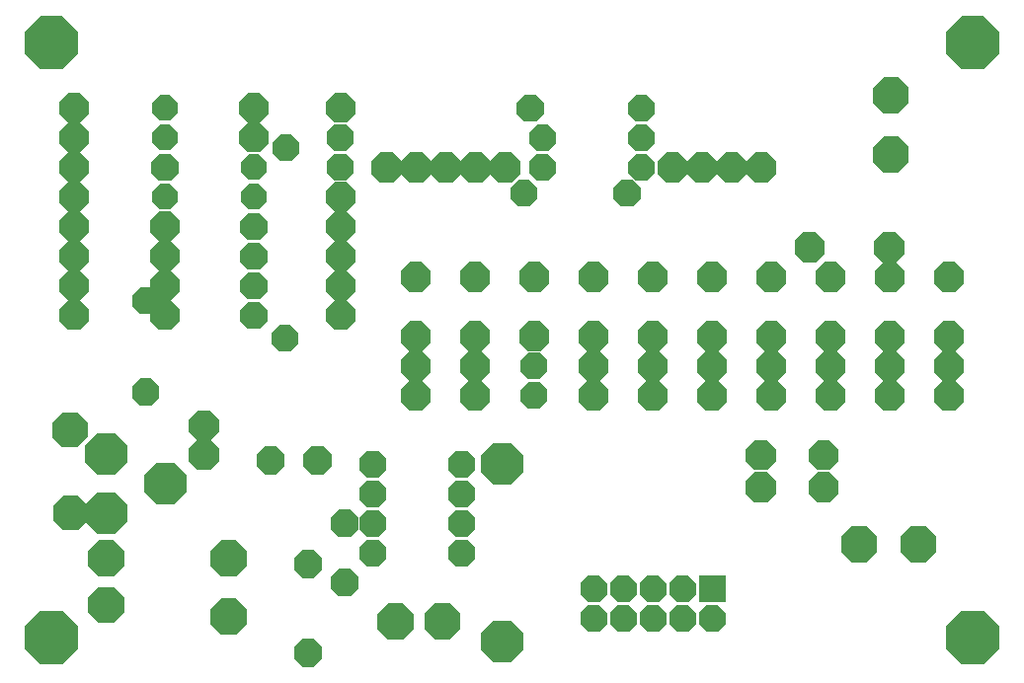
<source format=gbr>
%FSLAX34Y34*%
%MOMM*%
%LNSOLDERMASK_TOP*%
G71*
G01*
%ADD10C,2.540*%
%LPD*%
G36*
X449441Y-218011D02*
X457046Y-225616D01*
X457046Y-236406D01*
X449441Y-244011D01*
X438651Y-244011D01*
X431046Y-236406D01*
X431046Y-225616D01*
X438651Y-218011D01*
X449441Y-218011D01*
G37*
G36*
X500241Y-218011D02*
X507846Y-225616D01*
X507846Y-236406D01*
X500241Y-244011D01*
X489451Y-244011D01*
X481846Y-236406D01*
X481846Y-225616D01*
X489451Y-218011D01*
X500241Y-218011D01*
G37*
G36*
X448819Y-321111D02*
X455546Y-327838D01*
X455546Y-337384D01*
X448819Y-344111D01*
X439273Y-344111D01*
X432546Y-337384D01*
X432546Y-327838D01*
X439273Y-321111D01*
X448819Y-321111D01*
G37*
G36*
X500241Y-319611D02*
X507846Y-327216D01*
X507846Y-338006D01*
X500241Y-345611D01*
X489451Y-345611D01*
X481846Y-338006D01*
X481846Y-327216D01*
X489451Y-319611D01*
X500241Y-319611D01*
G37*
G36*
X448819Y-295711D02*
X455546Y-302438D01*
X455546Y-311984D01*
X448819Y-318711D01*
X439273Y-318711D01*
X432546Y-311984D01*
X432546Y-302438D01*
X439273Y-295711D01*
X448819Y-295711D01*
G37*
G36*
X500241Y-294211D02*
X507846Y-301816D01*
X507846Y-312606D01*
X500241Y-320211D01*
X489451Y-320211D01*
X481846Y-312606D01*
X481846Y-301816D01*
X489451Y-294211D01*
X500241Y-294211D01*
G37*
G36*
X500241Y-268811D02*
X507846Y-276416D01*
X507846Y-287206D01*
X500241Y-294811D01*
X489451Y-294811D01*
X481846Y-287206D01*
X481846Y-276416D01*
X489451Y-268811D01*
X500241Y-268811D01*
G37*
G36*
X449441Y-268811D02*
X457046Y-276416D01*
X457046Y-287206D01*
X449441Y-294811D01*
X438651Y-294811D01*
X431046Y-287206D01*
X431046Y-276416D01*
X438651Y-268811D01*
X449441Y-268811D01*
G37*
G36*
X754241Y-218011D02*
X761846Y-225616D01*
X761846Y-236406D01*
X754241Y-244011D01*
X743451Y-244011D01*
X735846Y-236406D01*
X735846Y-225616D01*
X743451Y-218011D01*
X754241Y-218011D01*
G37*
G36*
X805041Y-218011D02*
X812646Y-225616D01*
X812646Y-236406D01*
X805041Y-244011D01*
X794251Y-244011D01*
X786646Y-236406D01*
X786646Y-225616D01*
X794251Y-218011D01*
X805041Y-218011D01*
G37*
G36*
X754241Y-319611D02*
X761846Y-327216D01*
X761846Y-338006D01*
X754241Y-345611D01*
X743451Y-345611D01*
X735846Y-338006D01*
X735846Y-327216D01*
X743451Y-319611D01*
X754241Y-319611D01*
G37*
G36*
X805041Y-319611D02*
X812646Y-327216D01*
X812646Y-338006D01*
X805041Y-345611D01*
X794251Y-345611D01*
X786646Y-338006D01*
X786646Y-327216D01*
X794251Y-319611D01*
X805041Y-319611D01*
G37*
G36*
X754241Y-294211D02*
X761846Y-301816D01*
X761846Y-312606D01*
X754241Y-320211D01*
X743451Y-320211D01*
X735846Y-312606D01*
X735846Y-301816D01*
X743451Y-294211D01*
X754241Y-294211D01*
G37*
G36*
X805041Y-294211D02*
X812646Y-301816D01*
X812646Y-312606D01*
X805041Y-320211D01*
X794251Y-320211D01*
X786646Y-312606D01*
X786646Y-301816D01*
X794251Y-294211D01*
X805041Y-294211D01*
G37*
G36*
X805041Y-268811D02*
X812646Y-276416D01*
X812646Y-287206D01*
X805041Y-294811D01*
X794251Y-294811D01*
X786646Y-287206D01*
X786646Y-276416D01*
X794251Y-268811D01*
X805041Y-268811D01*
G37*
G36*
X754241Y-268811D02*
X761846Y-276416D01*
X761846Y-287206D01*
X754241Y-294811D01*
X743451Y-294811D01*
X735846Y-287206D01*
X735846Y-276416D01*
X743451Y-268811D01*
X754241Y-268811D01*
G37*
G36*
X347841Y-218011D02*
X355446Y-225616D01*
X355446Y-236406D01*
X347841Y-244011D01*
X337051Y-244011D01*
X329446Y-236406D01*
X329446Y-225616D01*
X337051Y-218011D01*
X347841Y-218011D01*
G37*
G36*
X398641Y-218011D02*
X406246Y-225616D01*
X406246Y-236406D01*
X398641Y-244011D01*
X387851Y-244011D01*
X380246Y-236406D01*
X380246Y-225616D01*
X387851Y-218011D01*
X398641Y-218011D01*
G37*
G36*
X347841Y-319611D02*
X355446Y-327216D01*
X355446Y-338006D01*
X347841Y-345611D01*
X337051Y-345611D01*
X329446Y-338006D01*
X329446Y-327216D01*
X337051Y-319611D01*
X347841Y-319611D01*
G37*
G36*
X398641Y-319611D02*
X406246Y-327216D01*
X406246Y-338006D01*
X398641Y-345611D01*
X387851Y-345611D01*
X380246Y-338006D01*
X380246Y-327216D01*
X387851Y-319611D01*
X398641Y-319611D01*
G37*
G36*
X347841Y-294211D02*
X355446Y-301816D01*
X355446Y-312606D01*
X347841Y-320211D01*
X337051Y-320211D01*
X329446Y-312606D01*
X329446Y-301816D01*
X337051Y-294211D01*
X347841Y-294211D01*
G37*
G36*
X398641Y-294211D02*
X406246Y-301816D01*
X406246Y-312606D01*
X398641Y-320211D01*
X387851Y-320211D01*
X380246Y-312606D01*
X380246Y-301816D01*
X387851Y-294211D01*
X398641Y-294211D01*
G37*
G36*
X398641Y-268811D02*
X406246Y-276416D01*
X406246Y-287206D01*
X398641Y-294811D01*
X387851Y-294811D01*
X380246Y-287206D01*
X380246Y-276416D01*
X387851Y-268811D01*
X398641Y-268811D01*
G37*
G36*
X347841Y-268811D02*
X355446Y-276416D01*
X355446Y-287206D01*
X347841Y-294811D01*
X337051Y-294811D01*
X329446Y-287206D01*
X329446Y-276416D01*
X337051Y-268811D01*
X347841Y-268811D01*
G37*
G36*
X788926Y-466568D02*
X779858Y-475636D01*
X766994Y-475636D01*
X757926Y-466568D01*
X757926Y-453704D01*
X766994Y-444636D01*
X779858Y-444636D01*
X788926Y-453704D01*
X788926Y-466568D01*
G37*
G36*
X738126Y-466568D02*
X729058Y-475636D01*
X716194Y-475636D01*
X707126Y-466568D01*
X707126Y-453704D01*
X716194Y-444636D01*
X729058Y-444636D01*
X738126Y-453704D01*
X738126Y-466568D01*
G37*
G36*
X743450Y-141306D02*
X734382Y-132238D01*
X734382Y-119374D01*
X743450Y-110306D01*
X756314Y-110306D01*
X765382Y-119374D01*
X765382Y-132238D01*
X756314Y-141306D01*
X743450Y-141306D01*
G37*
G36*
X743450Y-90506D02*
X734382Y-81438D01*
X734382Y-68574D01*
X743450Y-59506D01*
X756314Y-59506D01*
X765382Y-68574D01*
X765382Y-81438D01*
X756314Y-90506D01*
X743450Y-90506D01*
G37*
G36*
X7000Y-20455D02*
X20455Y-7000D01*
X39545Y-7000D01*
X53000Y-20455D01*
X53000Y-39545D01*
X39545Y-53000D01*
X20455Y-53000D01*
X7000Y-39545D01*
X7000Y-20455D01*
G37*
G36*
X797000Y-20455D02*
X810455Y-7000D01*
X829545Y-7000D01*
X843000Y-20455D01*
X843000Y-39545D01*
X829545Y-53000D01*
X810455Y-53000D01*
X797000Y-39545D01*
X797000Y-20455D01*
G37*
G36*
X7000Y-530455D02*
X20455Y-517000D01*
X39545Y-517000D01*
X53000Y-530455D01*
X53000Y-549545D01*
X39545Y-563000D01*
X20455Y-563000D01*
X7000Y-549545D01*
X7000Y-530455D01*
G37*
G36*
X797000Y-530455D02*
X810455Y-517000D01*
X829545Y-517000D01*
X843000Y-530455D01*
X843000Y-549545D01*
X829545Y-563000D01*
X810455Y-563000D01*
X797000Y-549545D01*
X797000Y-530455D01*
G37*
G36*
X424189Y-373320D02*
X434719Y-383850D01*
X434719Y-398790D01*
X424189Y-409320D01*
X409249Y-409320D01*
X398719Y-398790D01*
X398719Y-383850D01*
X409249Y-373320D01*
X424189Y-373320D01*
G37*
G36*
X424189Y-525720D02*
X434719Y-536250D01*
X434719Y-551190D01*
X424189Y-561720D01*
X409249Y-561720D01*
X398719Y-551190D01*
X398719Y-536250D01*
X409249Y-525720D01*
X424189Y-525720D01*
G37*
G36*
X294094Y-386546D02*
X300821Y-379819D01*
X310367Y-379819D01*
X317094Y-386546D01*
X317094Y-396092D01*
X310367Y-402819D01*
X300821Y-402819D01*
X294094Y-396092D01*
X294094Y-386546D01*
G37*
G36*
X294094Y-411946D02*
X300821Y-405219D01*
X310367Y-405219D01*
X317094Y-411946D01*
X317094Y-421492D01*
X310367Y-428219D01*
X300821Y-428219D01*
X294094Y-421492D01*
X294094Y-411946D01*
G37*
G36*
X294094Y-437346D02*
X300821Y-430619D01*
X310367Y-430619D01*
X317094Y-437346D01*
X317094Y-446892D01*
X310367Y-453619D01*
X300821Y-453619D01*
X294094Y-446892D01*
X294094Y-437346D01*
G37*
G36*
X294094Y-462746D02*
X300821Y-456019D01*
X310367Y-456019D01*
X317094Y-462746D01*
X317094Y-472292D01*
X310367Y-479019D01*
X300821Y-479019D01*
X294094Y-472292D01*
X294094Y-462746D01*
G37*
G36*
X370294Y-386546D02*
X377021Y-379819D01*
X386567Y-379819D01*
X393294Y-386546D01*
X393294Y-396092D01*
X386567Y-402819D01*
X377021Y-402819D01*
X370294Y-396092D01*
X370294Y-386546D01*
G37*
G36*
X370294Y-411946D02*
X377021Y-405219D01*
X386567Y-405219D01*
X393294Y-411946D01*
X393294Y-421492D01*
X386567Y-428219D01*
X377021Y-428219D01*
X370294Y-421492D01*
X370294Y-411946D01*
G37*
G36*
X370294Y-437346D02*
X377021Y-430619D01*
X386567Y-430619D01*
X393294Y-437346D01*
X393294Y-446892D01*
X386567Y-453619D01*
X377021Y-453619D01*
X370294Y-446892D01*
X370294Y-437346D01*
G37*
G36*
X370294Y-462746D02*
X377021Y-456019D01*
X386567Y-456019D01*
X393294Y-462746D01*
X393294Y-472292D01*
X386567Y-479019D01*
X377021Y-479019D01*
X370294Y-472292D01*
X370294Y-462746D01*
G37*
G36*
X309938Y-519824D02*
X319006Y-510756D01*
X331870Y-510756D01*
X340938Y-519824D01*
X340938Y-532688D01*
X331870Y-541756D01*
X319006Y-541756D01*
X309938Y-532688D01*
X309938Y-519824D01*
G37*
G36*
X349938Y-519824D02*
X359006Y-510756D01*
X371870Y-510756D01*
X380938Y-519824D01*
X380938Y-532688D01*
X371870Y-541756D01*
X359006Y-541756D01*
X349938Y-532688D01*
X349938Y-519824D01*
G37*
G36*
X276803Y-504919D02*
X269783Y-497899D01*
X269783Y-487939D01*
X276803Y-480919D01*
X286763Y-480919D01*
X293783Y-487939D01*
X293783Y-497899D01*
X286763Y-504919D01*
X276803Y-504919D01*
G37*
G36*
X276803Y-454119D02*
X269783Y-447099D01*
X269783Y-437139D01*
X276803Y-430119D01*
X286763Y-430119D01*
X293783Y-437139D01*
X293783Y-447099D01*
X286763Y-454119D01*
X276803Y-454119D01*
G37*
G36*
X188301Y-506687D02*
X197369Y-515755D01*
X197369Y-528619D01*
X188301Y-537687D01*
X175437Y-537687D01*
X166369Y-528619D01*
X166369Y-515755D01*
X175437Y-506687D01*
X188301Y-506687D01*
G37*
G36*
X188301Y-456681D02*
X197369Y-465749D01*
X197369Y-478613D01*
X188301Y-487681D01*
X175437Y-487681D01*
X166369Y-478613D01*
X166369Y-465749D01*
X175437Y-456681D01*
X188301Y-456681D01*
G37*
G36*
X84464Y-364588D02*
X94994Y-375118D01*
X94994Y-390058D01*
X84464Y-400588D01*
X69524Y-400588D01*
X58994Y-390058D01*
X58994Y-375118D01*
X69524Y-364588D01*
X84464Y-364588D01*
G37*
G36*
X84464Y-415388D02*
X94994Y-425918D01*
X94994Y-440858D01*
X84464Y-451388D01*
X69524Y-451388D01*
X58994Y-440858D01*
X58994Y-425918D01*
X69524Y-415388D01*
X84464Y-415388D01*
G37*
G36*
X135264Y-389988D02*
X145794Y-400518D01*
X145794Y-415458D01*
X135264Y-425988D01*
X120324Y-425988D01*
X109794Y-415458D01*
X109794Y-400518D01*
X120324Y-389988D01*
X135264Y-389988D01*
G37*
G36*
X70563Y-527781D02*
X61495Y-518713D01*
X61495Y-505849D01*
X70563Y-496781D01*
X83427Y-496781D01*
X92495Y-505849D01*
X92495Y-518713D01*
X83427Y-527781D01*
X70563Y-527781D01*
G37*
G36*
X70563Y-487781D02*
X61495Y-478713D01*
X61495Y-465849D01*
X70563Y-456781D01*
X83427Y-456781D01*
X92495Y-465849D01*
X92495Y-478713D01*
X83427Y-487781D01*
X70563Y-487781D01*
G37*
G36*
X255012Y-465044D02*
X262032Y-472064D01*
X262032Y-482024D01*
X255012Y-489044D01*
X245052Y-489044D01*
X238032Y-482024D01*
X238032Y-472064D01*
X245052Y-465044D01*
X255012Y-465044D01*
G37*
G36*
X255012Y-541244D02*
X262032Y-548264D01*
X262032Y-558224D01*
X255012Y-565244D01*
X245052Y-565244D01*
X238032Y-558224D01*
X238032Y-548264D01*
X245052Y-541244D01*
X255012Y-541244D01*
G37*
G36*
X652641Y-218011D02*
X660246Y-225616D01*
X660246Y-236406D01*
X652641Y-244011D01*
X641851Y-244011D01*
X634246Y-236406D01*
X634246Y-225616D01*
X641851Y-218011D01*
X652641Y-218011D01*
G37*
G36*
X703441Y-218011D02*
X711046Y-225616D01*
X711046Y-236406D01*
X703441Y-244011D01*
X692651Y-244011D01*
X685046Y-236406D01*
X685046Y-225616D01*
X692651Y-218011D01*
X703441Y-218011D01*
G37*
G36*
X652641Y-319611D02*
X660246Y-327216D01*
X660246Y-338006D01*
X652641Y-345611D01*
X641851Y-345611D01*
X634246Y-338006D01*
X634246Y-327216D01*
X641851Y-319611D01*
X652641Y-319611D01*
G37*
G36*
X703441Y-319611D02*
X711046Y-327216D01*
X711046Y-338006D01*
X703441Y-345611D01*
X692651Y-345611D01*
X685046Y-338006D01*
X685046Y-327216D01*
X692651Y-319611D01*
X703441Y-319611D01*
G37*
G36*
X652641Y-294211D02*
X660246Y-301816D01*
X660246Y-312606D01*
X652641Y-320211D01*
X641851Y-320211D01*
X634246Y-312606D01*
X634246Y-301816D01*
X641851Y-294211D01*
X652641Y-294211D01*
G37*
G36*
X703441Y-294211D02*
X711046Y-301816D01*
X711046Y-312606D01*
X703441Y-320211D01*
X692651Y-320211D01*
X685046Y-312606D01*
X685046Y-301816D01*
X692651Y-294211D01*
X703441Y-294211D01*
G37*
G36*
X703441Y-268811D02*
X711046Y-276416D01*
X711046Y-287206D01*
X703441Y-294811D01*
X692651Y-294811D01*
X685046Y-287206D01*
X685046Y-276416D01*
X692651Y-268811D01*
X703441Y-268811D01*
G37*
G36*
X652641Y-268811D02*
X660246Y-276416D01*
X660246Y-287206D01*
X652641Y-294811D01*
X641851Y-294811D01*
X634246Y-287206D01*
X634246Y-276416D01*
X641851Y-268811D01*
X652641Y-268811D01*
G37*
G36*
X551041Y-218011D02*
X558646Y-225616D01*
X558646Y-236406D01*
X551041Y-244011D01*
X540251Y-244011D01*
X532646Y-236406D01*
X532646Y-225616D01*
X540251Y-218011D01*
X551041Y-218011D01*
G37*
G36*
X601841Y-218011D02*
X609446Y-225616D01*
X609446Y-236406D01*
X601841Y-244011D01*
X591051Y-244011D01*
X583446Y-236406D01*
X583446Y-225616D01*
X591051Y-218011D01*
X601841Y-218011D01*
G37*
G36*
X551041Y-319611D02*
X558646Y-327216D01*
X558646Y-338006D01*
X551041Y-345611D01*
X540251Y-345611D01*
X532646Y-338006D01*
X532646Y-327216D01*
X540251Y-319611D01*
X551041Y-319611D01*
G37*
G36*
X601841Y-319611D02*
X609446Y-327216D01*
X609446Y-338006D01*
X601841Y-345611D01*
X591051Y-345611D01*
X583446Y-338006D01*
X583446Y-327216D01*
X591051Y-319611D01*
X601841Y-319611D01*
G37*
G36*
X551041Y-294211D02*
X558646Y-301816D01*
X558646Y-312606D01*
X551041Y-320211D01*
X540251Y-320211D01*
X532646Y-312606D01*
X532646Y-301816D01*
X540251Y-294211D01*
X551041Y-294211D01*
G37*
G36*
X601841Y-294211D02*
X609446Y-301816D01*
X609446Y-312606D01*
X601841Y-320211D01*
X591051Y-320211D01*
X583446Y-312606D01*
X583446Y-301816D01*
X591051Y-294211D01*
X601841Y-294211D01*
G37*
G36*
X601841Y-268811D02*
X609446Y-276416D01*
X609446Y-287206D01*
X601841Y-294811D01*
X591051Y-294811D01*
X583446Y-287206D01*
X583446Y-276416D01*
X591051Y-268811D01*
X601841Y-268811D01*
G37*
G36*
X551041Y-268811D02*
X558646Y-276416D01*
X558646Y-287206D01*
X551041Y-294811D01*
X540251Y-294811D01*
X532646Y-287206D01*
X532646Y-276416D01*
X540251Y-268811D01*
X551041Y-268811D01*
G37*
G36*
X291101Y-268876D02*
X283496Y-276480D01*
X272706Y-276480D01*
X265101Y-268876D01*
X265101Y-258086D01*
X272706Y-250480D01*
X283496Y-250480D01*
X291101Y-258086D01*
X291101Y-268876D01*
G37*
G36*
X291101Y-243476D02*
X283496Y-251080D01*
X272706Y-251080D01*
X265101Y-243476D01*
X265101Y-232686D01*
X272706Y-225080D01*
X283496Y-225080D01*
X291101Y-232686D01*
X291101Y-243476D01*
G37*
G36*
X291101Y-218076D02*
X283496Y-225680D01*
X272706Y-225680D01*
X265101Y-218076D01*
X265101Y-207286D01*
X272706Y-199680D01*
X283496Y-199680D01*
X291101Y-207286D01*
X291101Y-218076D01*
G37*
G36*
X291101Y-192676D02*
X283496Y-200280D01*
X272706Y-200280D01*
X265101Y-192676D01*
X265101Y-181886D01*
X272706Y-174280D01*
X283496Y-174280D01*
X291101Y-181886D01*
X291101Y-192676D01*
G37*
G36*
X291101Y-167276D02*
X283496Y-174880D01*
X272706Y-174880D01*
X265101Y-167276D01*
X265101Y-156486D01*
X272706Y-148880D01*
X283496Y-148880D01*
X291101Y-156486D01*
X291101Y-167276D01*
G37*
G36*
X289601Y-141254D02*
X282874Y-147980D01*
X273328Y-147980D01*
X266601Y-141254D01*
X266601Y-131708D01*
X273328Y-124980D01*
X282874Y-124980D01*
X289601Y-131708D01*
X289601Y-141254D01*
G37*
G36*
X289601Y-115854D02*
X282874Y-122580D01*
X273328Y-122580D01*
X266601Y-115854D01*
X266601Y-106308D01*
X273328Y-99580D01*
X282874Y-99580D01*
X289601Y-106308D01*
X289601Y-115854D01*
G37*
G36*
X291101Y-91076D02*
X283496Y-98680D01*
X272706Y-98680D01*
X265101Y-91076D01*
X265101Y-80286D01*
X272706Y-72680D01*
X283496Y-72680D01*
X291101Y-80286D01*
X291101Y-91076D01*
G37*
G36*
X62501Y-268876D02*
X54896Y-276480D01*
X44106Y-276480D01*
X36501Y-268876D01*
X36501Y-258086D01*
X44106Y-250480D01*
X54896Y-250480D01*
X62501Y-258086D01*
X62501Y-268876D01*
G37*
G36*
X62501Y-243476D02*
X54896Y-251080D01*
X44106Y-251080D01*
X36501Y-243476D01*
X36501Y-232686D01*
X44106Y-225080D01*
X54896Y-225080D01*
X62501Y-232686D01*
X62501Y-243476D01*
G37*
G36*
X62501Y-218076D02*
X54896Y-225680D01*
X44106Y-225680D01*
X36501Y-218076D01*
X36501Y-207286D01*
X44106Y-199680D01*
X54896Y-199680D01*
X62501Y-207286D01*
X62501Y-218076D01*
G37*
G36*
X62501Y-192676D02*
X54896Y-200280D01*
X44106Y-200280D01*
X36501Y-192676D01*
X36501Y-181886D01*
X44106Y-174280D01*
X54896Y-174280D01*
X62501Y-181886D01*
X62501Y-192676D01*
G37*
G36*
X62501Y-167276D02*
X54896Y-174880D01*
X44106Y-174880D01*
X36501Y-167276D01*
X36501Y-156486D01*
X44106Y-148880D01*
X54896Y-148880D01*
X62501Y-156486D01*
X62501Y-167276D01*
G37*
G36*
X62501Y-141876D02*
X54896Y-149480D01*
X44106Y-149480D01*
X36501Y-141876D01*
X36501Y-131086D01*
X44106Y-123480D01*
X54896Y-123480D01*
X62501Y-131086D01*
X62501Y-141876D01*
G37*
G36*
X62501Y-116476D02*
X54896Y-124080D01*
X44106Y-124080D01*
X36501Y-116476D01*
X36501Y-105686D01*
X44106Y-98080D01*
X54896Y-98080D01*
X62501Y-105686D01*
X62501Y-116476D01*
G37*
G36*
X62501Y-91076D02*
X54896Y-98680D01*
X44106Y-98680D01*
X36501Y-91076D01*
X36501Y-80286D01*
X44106Y-72680D01*
X54896Y-72680D01*
X62501Y-80286D01*
X62501Y-91076D01*
G37*
G36*
X667244Y-200186D02*
X674849Y-192581D01*
X685639Y-192581D01*
X693244Y-200186D01*
X693244Y-210976D01*
X685639Y-218581D01*
X674849Y-218581D01*
X667244Y-210976D01*
X667244Y-200186D01*
G37*
G36*
X735506Y-200186D02*
X743111Y-192581D01*
X753901Y-192581D01*
X761506Y-200186D01*
X761506Y-210976D01*
X753901Y-218581D01*
X743111Y-218581D01*
X735506Y-210976D01*
X735506Y-200186D01*
G37*
G36*
X215212Y-268328D02*
X208485Y-275055D01*
X198939Y-275055D01*
X192212Y-268328D01*
X192212Y-258782D01*
X198939Y-252055D01*
X208485Y-252055D01*
X215212Y-258782D01*
X215212Y-268328D01*
G37*
G36*
X215212Y-242928D02*
X208485Y-249655D01*
X198939Y-249655D01*
X192212Y-242928D01*
X192212Y-233382D01*
X198939Y-226655D01*
X208485Y-226655D01*
X215212Y-233382D01*
X215212Y-242928D01*
G37*
G36*
X215212Y-217528D02*
X208485Y-224255D01*
X198939Y-224255D01*
X192212Y-217528D01*
X192212Y-207982D01*
X198939Y-201255D01*
X208485Y-201255D01*
X215212Y-207982D01*
X215212Y-217528D01*
G37*
G36*
X215212Y-192128D02*
X208485Y-198855D01*
X198939Y-198855D01*
X192212Y-192128D01*
X192212Y-182582D01*
X198939Y-175855D01*
X208485Y-175855D01*
X215212Y-182582D01*
X215212Y-192128D01*
G37*
G36*
X140012Y-268743D02*
X132700Y-276055D01*
X122324Y-276055D01*
X115012Y-268743D01*
X115012Y-258367D01*
X122324Y-251055D01*
X132700Y-251055D01*
X140012Y-258367D01*
X140012Y-268743D01*
G37*
G36*
X140012Y-243343D02*
X132700Y-250655D01*
X122324Y-250655D01*
X115012Y-243343D01*
X115012Y-232967D01*
X122324Y-225655D01*
X132700Y-225655D01*
X140012Y-232967D01*
X140012Y-243343D01*
G37*
G36*
X140012Y-217943D02*
X132700Y-225255D01*
X122324Y-225255D01*
X115012Y-217943D01*
X115012Y-207567D01*
X122324Y-200255D01*
X132700Y-200255D01*
X140012Y-207567D01*
X140012Y-217943D01*
G37*
G36*
X140012Y-192543D02*
X132700Y-199855D01*
X122324Y-199855D01*
X115012Y-192543D01*
X115012Y-182167D01*
X122324Y-174855D01*
X132700Y-174855D01*
X140012Y-182167D01*
X140012Y-192543D01*
G37*
G36*
X214712Y-166520D02*
X208277Y-172955D01*
X199147Y-172955D01*
X192712Y-166520D01*
X192712Y-157390D01*
X199147Y-150955D01*
X208277Y-150955D01*
X214712Y-157390D01*
X214712Y-166520D01*
G37*
G36*
X138512Y-166520D02*
X132077Y-172955D01*
X122947Y-172955D01*
X116512Y-166520D01*
X116512Y-157390D01*
X122947Y-150955D01*
X132077Y-150955D01*
X138512Y-157390D01*
X138512Y-166520D01*
G37*
G36*
X214712Y-141120D02*
X208277Y-147555D01*
X199147Y-147555D01*
X192712Y-141120D01*
X192712Y-131990D01*
X199147Y-125555D01*
X208277Y-125555D01*
X214712Y-131990D01*
X214712Y-141120D01*
G37*
G36*
X216212Y-116343D02*
X208900Y-123655D01*
X198524Y-123655D01*
X191212Y-116343D01*
X191212Y-105967D01*
X198524Y-98655D01*
X208900Y-98655D01*
X216212Y-105967D01*
X216212Y-116343D01*
G37*
G36*
X139012Y-141328D02*
X132285Y-148055D01*
X122739Y-148055D01*
X116012Y-141328D01*
X116012Y-131782D01*
X122739Y-125055D01*
X132285Y-125055D01*
X139012Y-131782D01*
X139012Y-141328D01*
G37*
G36*
X138512Y-115720D02*
X132077Y-122155D01*
X122947Y-122155D01*
X116512Y-115720D01*
X116512Y-106590D01*
X122947Y-100155D01*
X132077Y-100155D01*
X138512Y-106590D01*
X138512Y-115720D01*
G37*
G36*
X216212Y-90943D02*
X208900Y-98255D01*
X198524Y-98255D01*
X191212Y-90943D01*
X191212Y-80567D01*
X198524Y-73255D01*
X208900Y-73255D01*
X216212Y-80567D01*
X216212Y-90943D01*
G37*
G36*
X138512Y-90320D02*
X132077Y-96755D01*
X122947Y-96755D01*
X116512Y-90320D01*
X116512Y-81190D01*
X122947Y-74755D01*
X132077Y-74755D01*
X138512Y-81190D01*
X138512Y-90320D01*
G37*
G36*
X644363Y-124080D02*
X651968Y-131685D01*
X651968Y-142475D01*
X644363Y-150080D01*
X633573Y-150080D01*
X625968Y-142475D01*
X625968Y-131685D01*
X633573Y-124080D01*
X644363Y-124080D01*
G37*
G36*
X618963Y-124080D02*
X626568Y-131685D01*
X626568Y-142475D01*
X618963Y-150080D01*
X608173Y-150080D01*
X600568Y-142475D01*
X600568Y-131685D01*
X608173Y-124080D01*
X618963Y-124080D01*
G37*
G36*
X593563Y-124080D02*
X601168Y-131685D01*
X601168Y-142475D01*
X593563Y-150080D01*
X582773Y-150080D01*
X575168Y-142475D01*
X575168Y-131685D01*
X582773Y-124080D01*
X593563Y-124080D01*
G37*
G36*
X568163Y-124080D02*
X575768Y-131685D01*
X575768Y-142475D01*
X568163Y-150080D01*
X557373Y-150080D01*
X549768Y-142475D01*
X549768Y-131685D01*
X557373Y-124080D01*
X568163Y-124080D01*
G37*
G36*
X429269Y-80952D02*
X435996Y-74225D01*
X445542Y-74225D01*
X452269Y-80952D01*
X452269Y-90498D01*
X445542Y-97225D01*
X435996Y-97225D01*
X429269Y-90498D01*
X429269Y-80952D01*
G37*
G36*
X524281Y-80952D02*
X531008Y-74225D01*
X540554Y-74225D01*
X547281Y-80952D01*
X547281Y-90498D01*
X540554Y-97225D01*
X531008Y-97225D01*
X524281Y-90498D01*
X524281Y-80952D01*
G37*
G36*
X439588Y-106352D02*
X446315Y-99625D01*
X455861Y-99625D01*
X462588Y-106352D01*
X462588Y-115898D01*
X455861Y-122625D01*
X446315Y-122625D01*
X439588Y-115898D01*
X439588Y-106352D01*
G37*
G36*
X524281Y-106352D02*
X531008Y-99625D01*
X540554Y-99625D01*
X547281Y-106352D01*
X547281Y-115898D01*
X540554Y-122625D01*
X531008Y-122625D01*
X524281Y-115898D01*
X524281Y-106352D01*
G37*
G36*
X439509Y-131752D02*
X446236Y-125025D01*
X455782Y-125025D01*
X462509Y-131752D01*
X462509Y-141298D01*
X455782Y-148025D01*
X446236Y-148025D01*
X439509Y-141298D01*
X439509Y-131752D01*
G37*
G36*
X524281Y-131752D02*
X531008Y-125025D01*
X540554Y-125025D01*
X547281Y-131752D01*
X547281Y-141298D01*
X540554Y-148025D01*
X531008Y-148025D01*
X524281Y-141298D01*
X524281Y-131752D01*
G37*
G36*
X423634Y-153977D02*
X430361Y-147250D01*
X439907Y-147250D01*
X446634Y-153977D01*
X446634Y-163523D01*
X439907Y-170250D01*
X430361Y-170250D01*
X423634Y-163523D01*
X423634Y-153977D01*
G37*
G36*
X512296Y-153977D02*
X519023Y-147250D01*
X528569Y-147250D01*
X535296Y-153977D01*
X535296Y-163523D01*
X528569Y-170250D01*
X519023Y-170250D01*
X512296Y-163523D01*
X512296Y-153977D01*
G37*
G36*
X174113Y-388568D02*
X166508Y-396174D01*
X155718Y-396174D01*
X148113Y-388568D01*
X148113Y-377778D01*
X155718Y-370174D01*
X166508Y-370174D01*
X174113Y-377778D01*
X174113Y-388568D01*
G37*
G36*
X174113Y-363568D02*
X166508Y-371174D01*
X155718Y-371174D01*
X148113Y-363568D01*
X148113Y-352778D01*
X155718Y-345174D01*
X166508Y-345174D01*
X174113Y-352778D01*
X174113Y-363568D01*
G37*
G36*
X31831Y-427162D02*
X40606Y-418388D01*
X53056Y-418388D01*
X61831Y-427162D01*
X61831Y-439612D01*
X53056Y-448388D01*
X40606Y-448388D01*
X31831Y-439612D01*
X31831Y-427162D01*
G37*
G36*
X31038Y-355725D02*
X39812Y-346950D01*
X52262Y-346950D01*
X61038Y-355725D01*
X61038Y-368175D01*
X52262Y-376950D01*
X39812Y-376950D01*
X31038Y-368175D01*
X31038Y-355725D01*
G37*
G36*
X625175Y-378224D02*
X632780Y-370619D01*
X643570Y-370619D01*
X651175Y-378224D01*
X651175Y-389014D01*
X643570Y-396619D01*
X632780Y-396619D01*
X625175Y-389014D01*
X625175Y-378224D01*
G37*
G36*
X679150Y-378304D02*
X686755Y-370699D01*
X697545Y-370699D01*
X705150Y-378304D01*
X705150Y-389094D01*
X697545Y-396699D01*
X686755Y-396699D01*
X679150Y-389094D01*
X679150Y-378304D01*
G37*
G36*
X625175Y-405768D02*
X632780Y-398162D01*
X643570Y-398162D01*
X651175Y-405768D01*
X651175Y-416558D01*
X643570Y-424162D01*
X632780Y-424162D01*
X625175Y-416558D01*
X625175Y-405768D01*
G37*
G36*
X679150Y-405768D02*
X686755Y-398162D01*
X697545Y-398162D01*
X705150Y-405768D01*
X705150Y-416558D01*
X697545Y-424162D01*
X686755Y-424162D01*
X679150Y-416558D01*
X679150Y-405768D01*
G37*
G36*
X490283Y-535019D02*
X483556Y-528292D01*
X483556Y-518746D01*
X490283Y-512019D01*
X499829Y-512019D01*
X506556Y-518746D01*
X506556Y-528292D01*
X499829Y-535019D01*
X490283Y-535019D01*
G37*
G36*
X490283Y-509619D02*
X483556Y-502892D01*
X483556Y-493346D01*
X490283Y-486619D01*
X499829Y-486619D01*
X506556Y-493346D01*
X506556Y-502892D01*
X499829Y-509619D01*
X490283Y-509619D01*
G37*
G36*
X515683Y-535019D02*
X508956Y-528292D01*
X508956Y-518746D01*
X515683Y-512019D01*
X525229Y-512019D01*
X531956Y-518746D01*
X531956Y-528292D01*
X525229Y-535019D01*
X515683Y-535019D01*
G37*
G36*
X515683Y-509619D02*
X508956Y-502892D01*
X508956Y-493346D01*
X515683Y-486619D01*
X525229Y-486619D01*
X531956Y-493346D01*
X531956Y-502892D01*
X525229Y-509619D01*
X515683Y-509619D01*
G37*
G36*
X541083Y-535019D02*
X534356Y-528292D01*
X534356Y-518746D01*
X541083Y-512019D01*
X550629Y-512019D01*
X557356Y-518746D01*
X557356Y-528292D01*
X550629Y-535019D01*
X541083Y-535019D01*
G37*
G36*
X541083Y-509619D02*
X534356Y-502892D01*
X534356Y-493346D01*
X541083Y-486619D01*
X550629Y-486619D01*
X557356Y-493346D01*
X557356Y-502892D01*
X550629Y-509619D01*
X541083Y-509619D01*
G37*
G36*
X566483Y-535019D02*
X559756Y-528292D01*
X559756Y-518746D01*
X566483Y-512019D01*
X576029Y-512019D01*
X582756Y-518746D01*
X582756Y-528292D01*
X576029Y-535019D01*
X566483Y-535019D01*
G37*
G36*
X566483Y-509619D02*
X559756Y-502892D01*
X559756Y-493346D01*
X566483Y-486619D01*
X576029Y-486619D01*
X582756Y-493346D01*
X582756Y-502892D01*
X576029Y-509619D01*
X566483Y-509619D01*
G37*
G36*
X591883Y-535019D02*
X585156Y-528292D01*
X585156Y-518746D01*
X591883Y-512019D01*
X601429Y-512019D01*
X608156Y-518746D01*
X608156Y-528292D01*
X601429Y-535019D01*
X591883Y-535019D01*
G37*
G36*
X585156Y-509619D02*
X585156Y-486619D01*
X608156Y-486619D01*
X608156Y-509619D01*
X585156Y-509619D01*
G37*
G36*
X424496Y-123524D02*
X432100Y-131130D01*
X432100Y-141920D01*
X424496Y-149524D01*
X413706Y-149524D01*
X406100Y-141920D01*
X406100Y-131130D01*
X413706Y-123524D01*
X424496Y-123524D01*
G37*
G36*
X399096Y-123524D02*
X406700Y-131130D01*
X406700Y-141920D01*
X399096Y-149524D01*
X388306Y-149524D01*
X380700Y-141920D01*
X380700Y-131130D01*
X388306Y-123524D01*
X399096Y-123524D01*
G37*
G36*
X373696Y-123524D02*
X381300Y-131130D01*
X381300Y-141920D01*
X373696Y-149524D01*
X362906Y-149524D01*
X355300Y-141920D01*
X355300Y-131130D01*
X362906Y-123524D01*
X373696Y-123524D01*
G37*
G36*
X348296Y-123524D02*
X355900Y-131130D01*
X355900Y-141920D01*
X348296Y-149524D01*
X337506Y-149524D01*
X329900Y-141920D01*
X329900Y-131130D01*
X337506Y-123524D01*
X348296Y-123524D01*
G37*
G36*
X322896Y-123524D02*
X330500Y-131130D01*
X330500Y-141920D01*
X322896Y-149524D01*
X312106Y-149524D01*
X304500Y-141920D01*
X304500Y-131130D01*
X312106Y-123524D01*
X322896Y-123524D01*
G37*
G36*
X270284Y-393124D02*
X263264Y-400144D01*
X253304Y-400144D01*
X246284Y-393124D01*
X246284Y-383164D01*
X253304Y-376144D01*
X263264Y-376144D01*
X270284Y-383164D01*
X270284Y-393124D01*
G37*
G36*
X230284Y-393124D02*
X223264Y-400144D01*
X213304Y-400144D01*
X206284Y-393124D01*
X206284Y-383164D01*
X213304Y-376144D01*
X223264Y-376144D01*
X230284Y-383164D01*
X230284Y-393124D01*
G37*
G36*
X99784Y-246052D02*
X106511Y-239325D01*
X116057Y-239325D01*
X122784Y-246052D01*
X122784Y-255598D01*
X116057Y-262325D01*
X106511Y-262325D01*
X99784Y-255598D01*
X99784Y-246052D01*
G37*
G36*
X99704Y-324633D02*
X106431Y-317906D01*
X115977Y-317906D01*
X122704Y-324633D01*
X122704Y-334179D01*
X115977Y-340906D01*
X106431Y-340906D01*
X99704Y-334179D01*
X99704Y-324633D01*
G37*
G36*
X219481Y-115083D02*
X226208Y-108356D01*
X235754Y-108356D01*
X242481Y-115083D01*
X242481Y-124629D01*
X235754Y-131356D01*
X226208Y-131356D01*
X219481Y-124629D01*
X219481Y-115083D01*
G37*
G36*
X218688Y-278596D02*
X225414Y-271869D01*
X234960Y-271869D01*
X241688Y-278596D01*
X241688Y-288142D01*
X234960Y-294869D01*
X225414Y-294869D01*
X218688Y-288142D01*
X218688Y-278596D01*
G37*
M02*

</source>
